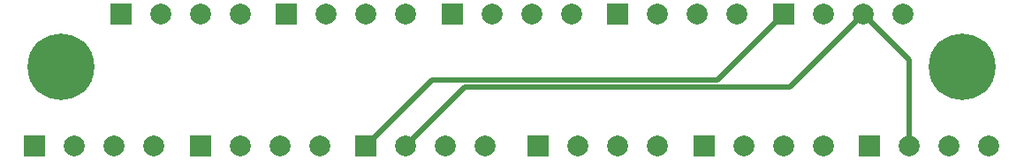
<source format=gbl>
G04 #@! TF.GenerationSoftware,KiCad,Pcbnew,(5.1.9)-1*
G04 #@! TF.CreationDate,2021-10-13T12:16:08-04:00*
G04 #@! TF.ProjectId,doublemag-breakout-big,646f7562-6c65-46d6-9167-2d627265616b,rev?*
G04 #@! TF.SameCoordinates,Original*
G04 #@! TF.FileFunction,Copper,L2,Bot*
G04 #@! TF.FilePolarity,Positive*
%FSLAX46Y46*%
G04 Gerber Fmt 4.6, Leading zero omitted, Abs format (unit mm)*
G04 Created by KiCad (PCBNEW (5.1.9)-1) date 2021-10-13 12:16:08*
%MOMM*%
%LPD*%
G01*
G04 APERTURE LIST*
G04 #@! TA.AperFunction,ComponentPad*
%ADD10C,6.400000*%
G04 #@! TD*
G04 #@! TA.AperFunction,ComponentPad*
%ADD11C,2.000000*%
G04 #@! TD*
G04 #@! TA.AperFunction,ComponentPad*
%ADD12R,2.000000X2.000000*%
G04 #@! TD*
G04 #@! TA.AperFunction,Conductor*
%ADD13C,0.500000*%
G04 #@! TD*
G04 APERTURE END LIST*
D10*
X157480000Y-68580000D03*
X71120000Y-68580000D03*
D11*
X160020000Y-76200000D03*
X156210000Y-76200000D03*
X152400000Y-76200000D03*
D12*
X148590000Y-76200000D03*
D11*
X144145000Y-76200000D03*
X140335000Y-76200000D03*
X136525000Y-76200000D03*
D12*
X132715000Y-76200000D03*
D11*
X128270000Y-76200000D03*
X124460000Y-76200000D03*
X120650000Y-76200000D03*
D12*
X116840000Y-76200000D03*
D11*
X111760000Y-76200000D03*
X107950000Y-76200000D03*
X104140000Y-76200000D03*
D12*
X100330000Y-76200000D03*
D11*
X95885000Y-76200000D03*
X92075000Y-76200000D03*
X88265000Y-76200000D03*
D12*
X84455000Y-76200000D03*
D11*
X80010000Y-76200000D03*
X76200000Y-76200000D03*
X72390000Y-76200000D03*
D12*
X68580000Y-76200000D03*
D11*
X151765000Y-63500000D03*
X147955000Y-63500000D03*
X144145000Y-63500000D03*
D12*
X140335000Y-63500000D03*
D11*
X135890000Y-63500000D03*
X132080000Y-63500000D03*
X128270000Y-63500000D03*
D12*
X124460000Y-63500000D03*
D11*
X120015000Y-63500000D03*
X116205000Y-63500000D03*
X112395000Y-63500000D03*
D12*
X108585000Y-63500000D03*
D11*
X104140000Y-63500000D03*
X100330000Y-63500000D03*
X96520000Y-63500000D03*
D12*
X92710000Y-63500000D03*
D11*
X88265000Y-63500000D03*
X84455000Y-63500000D03*
X80645000Y-63500000D03*
D12*
X76835000Y-63500000D03*
D13*
X147955000Y-63500000D02*
X140904990Y-70550010D01*
X109789990Y-70550010D02*
X104140000Y-76200000D01*
X140904990Y-70550010D02*
X109789990Y-70550010D01*
X152400000Y-67945000D02*
X147955000Y-63500000D01*
X152400000Y-76200000D02*
X152400000Y-67945000D01*
X106680000Y-69850000D02*
X100330000Y-76200000D01*
X133985000Y-69850000D02*
X106680000Y-69850000D01*
X140335000Y-63500000D02*
X133985000Y-69850000D01*
M02*

</source>
